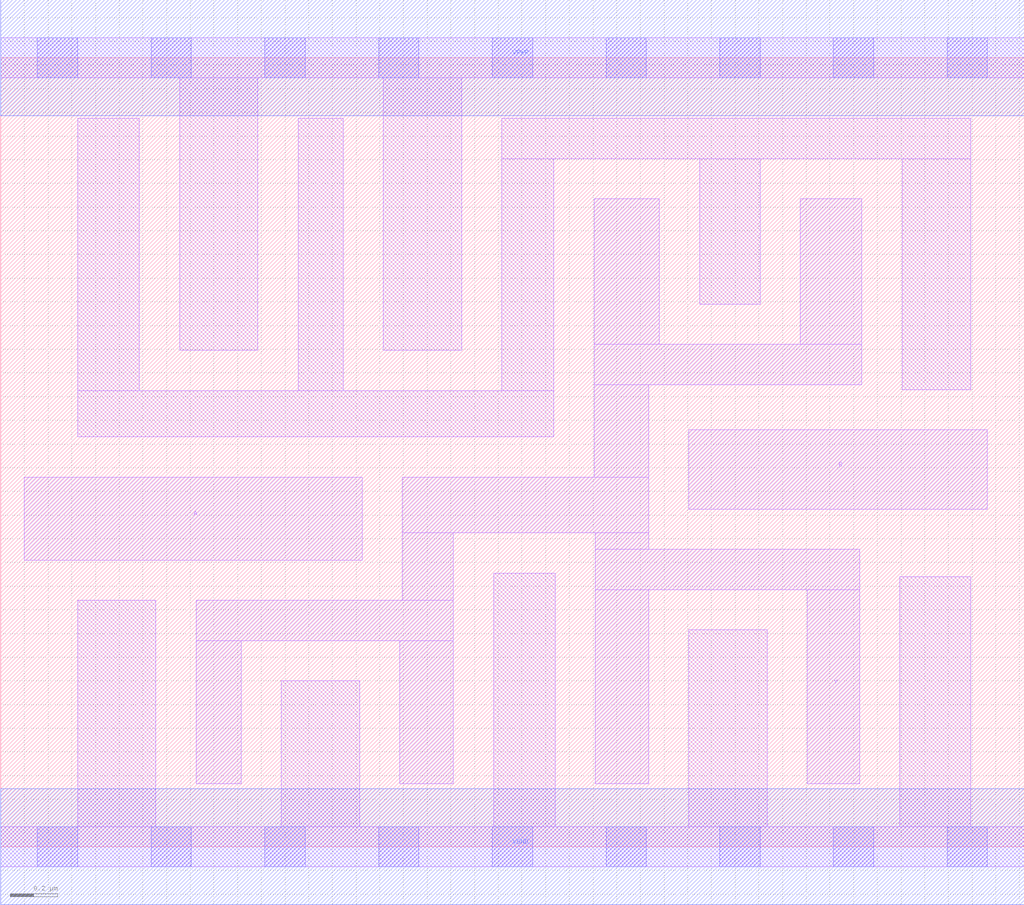
<source format=lef>
# Copyright 2020 The SkyWater PDK Authors
#
# Licensed under the Apache License, Version 2.0 (the "License");
# you may not use this file except in compliance with the License.
# You may obtain a copy of the License at
#
#     https://www.apache.org/licenses/LICENSE-2.0
#
# Unless required by applicable law or agreed to in writing, software
# distributed under the License is distributed on an "AS IS" BASIS,
# WITHOUT WARRANTIES OR CONDITIONS OF ANY KIND, either express or implied.
# See the License for the specific language governing permissions and
# limitations under the License.
#
# SPDX-License-Identifier: Apache-2.0

VERSION 5.7 ;
  NOWIREEXTENSIONATPIN ON ;
  DIVIDERCHAR "/" ;
  BUSBITCHARS "[]" ;
UNITS
  DATABASE MICRONS 200 ;
END UNITS
MACRO sky130_fd_sc_lp__nor2_4
  CLASS CORE ;
  FOREIGN sky130_fd_sc_lp__nor2_4 ;
  ORIGIN  0.000000  0.000000 ;
  SIZE  4.320000 BY  3.330000 ;
  SYMMETRY X Y R90 ;
  SITE unit ;
  PIN A
    ANTENNAGATEAREA  1.260000 ;
    DIRECTION INPUT ;
    USE SIGNAL ;
    PORT
      LAYER li1 ;
        RECT 0.100000 1.210000 1.525000 1.560000 ;
    END
  END A
  PIN B
    ANTENNAGATEAREA  1.260000 ;
    DIRECTION INPUT ;
    USE SIGNAL ;
    PORT
      LAYER li1 ;
        RECT 2.905000 1.425000 4.165000 1.760000 ;
    END
  END B
  PIN Y
    ANTENNADIFFAREA  1.646400 ;
    DIRECTION OUTPUT ;
    USE SIGNAL ;
    PORT
      LAYER li1 ;
        RECT 0.825000 0.265000 1.015000 0.870000 ;
        RECT 0.825000 0.870000 1.910000 1.040000 ;
        RECT 1.685000 0.265000 1.910000 0.870000 ;
        RECT 1.695000 1.040000 1.910000 1.325000 ;
        RECT 1.695000 1.325000 2.735000 1.560000 ;
        RECT 2.505000 1.560000 2.735000 1.950000 ;
        RECT 2.505000 1.950000 3.635000 2.120000 ;
        RECT 2.505000 2.120000 2.780000 2.735000 ;
        RECT 2.510000 0.265000 2.735000 1.085000 ;
        RECT 2.510000 1.085000 3.625000 1.255000 ;
        RECT 2.510000 1.255000 2.735000 1.325000 ;
        RECT 3.375000 2.120000 3.635000 2.735000 ;
        RECT 3.405000 0.265000 3.625000 1.085000 ;
    END
  END Y
  PIN VGND
    DIRECTION INOUT ;
    USE GROUND ;
    PORT
      LAYER met1 ;
        RECT 0.000000 -0.245000 4.320000 0.245000 ;
    END
  END VGND
  PIN VPWR
    DIRECTION INOUT ;
    USE POWER ;
    PORT
      LAYER met1 ;
        RECT 0.000000 3.085000 4.320000 3.575000 ;
    END
  END VPWR
  OBS
    LAYER li1 ;
      RECT 0.000000 -0.085000 4.320000 0.085000 ;
      RECT 0.000000  3.245000 4.320000 3.415000 ;
      RECT 0.325000  0.085000 0.655000 1.040000 ;
      RECT 0.325000  1.730000 2.335000 1.925000 ;
      RECT 0.325000  1.925000 0.585000 3.075000 ;
      RECT 0.755000  2.095000 1.085000 3.245000 ;
      RECT 1.185000  0.085000 1.515000 0.700000 ;
      RECT 1.255000  1.925000 1.445000 3.075000 ;
      RECT 1.615000  2.095000 1.945000 3.245000 ;
      RECT 2.080000  0.085000 2.340000 1.155000 ;
      RECT 2.115000  1.925000 2.335000 2.905000 ;
      RECT 2.115000  2.905000 4.095000 3.075000 ;
      RECT 2.905000  0.085000 3.235000 0.915000 ;
      RECT 2.950000  2.290000 3.205000 2.905000 ;
      RECT 3.795000  0.085000 4.095000 1.140000 ;
      RECT 3.805000  1.930000 4.095000 2.905000 ;
    LAYER mcon ;
      RECT 0.155000 -0.085000 0.325000 0.085000 ;
      RECT 0.155000  3.245000 0.325000 3.415000 ;
      RECT 0.635000 -0.085000 0.805000 0.085000 ;
      RECT 0.635000  3.245000 0.805000 3.415000 ;
      RECT 1.115000 -0.085000 1.285000 0.085000 ;
      RECT 1.115000  3.245000 1.285000 3.415000 ;
      RECT 1.595000 -0.085000 1.765000 0.085000 ;
      RECT 1.595000  3.245000 1.765000 3.415000 ;
      RECT 2.075000 -0.085000 2.245000 0.085000 ;
      RECT 2.075000  3.245000 2.245000 3.415000 ;
      RECT 2.555000 -0.085000 2.725000 0.085000 ;
      RECT 2.555000  3.245000 2.725000 3.415000 ;
      RECT 3.035000 -0.085000 3.205000 0.085000 ;
      RECT 3.035000  3.245000 3.205000 3.415000 ;
      RECT 3.515000 -0.085000 3.685000 0.085000 ;
      RECT 3.515000  3.245000 3.685000 3.415000 ;
      RECT 3.995000 -0.085000 4.165000 0.085000 ;
      RECT 3.995000  3.245000 4.165000 3.415000 ;
  END
END sky130_fd_sc_lp__nor2_4
END LIBRARY

</source>
